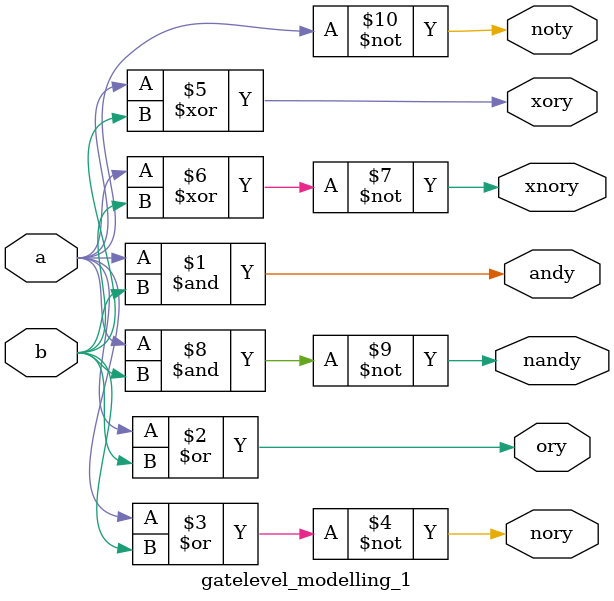
<source format=v>
`timescale 1ns / 1ps
module gatelevel_modelling_1(input a,b,output andy,ory,nory,noty,xory,xnory,nandy);

and a1(andy,a,b);
or a2(ory,a,b);
nor a3(nory,a,b);
not a4(noty,a);
xor a5(xory,a,b);
xnor a6(xnory,a,b);
nand a7(nandy,a,b);



endmodule

</source>
